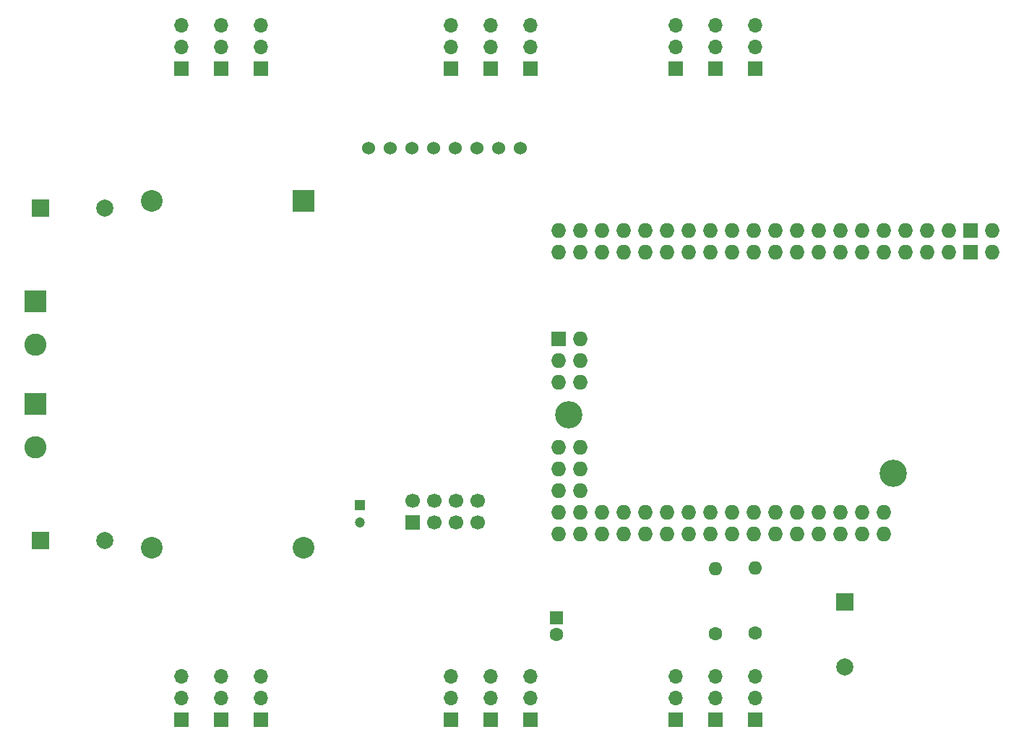
<source format=gbr>
%TF.GenerationSoftware,KiCad,Pcbnew,8.0.7*%
%TF.CreationDate,2025-07-10T17:57:33-04:00*%
%TF.ProjectId,_autosave-Hexapod V2,5f617574-6f73-4617-9665-2d4865786170,rev?*%
%TF.SameCoordinates,Original*%
%TF.FileFunction,Soldermask,Bot*%
%TF.FilePolarity,Negative*%
%FSLAX46Y46*%
G04 Gerber Fmt 4.6, Leading zero omitted, Abs format (unit mm)*
G04 Created by KiCad (PCBNEW 8.0.7) date 2025-07-10 17:57:33*
%MOMM*%
%LPD*%
G01*
G04 APERTURE LIST*
%ADD10R,1.700000X1.700000*%
%ADD11O,1.700000X1.700000*%
%ADD12R,2.600000X2.600000*%
%ADD13C,2.600000*%
%ADD14C,2.540000*%
%ADD15R,2.540000X2.540000*%
%ADD16R,1.200000X1.200000*%
%ADD17C,1.200000*%
%ADD18R,2.000000X2.000000*%
%ADD19C,2.000000*%
%ADD20R,1.600000X1.600000*%
%ADD21C,1.600000*%
%ADD22C,1.700000*%
%ADD23C,3.200000*%
%ADD24O,1.727200X1.727200*%
%ADD25R,1.727200X1.727200*%
%ADD26O,1.600000X1.600000*%
%ADD27C,1.524000*%
G04 APERTURE END LIST*
D10*
%TO.C,Tibia*%
X143650000Y-53650000D03*
D11*
X143650000Y-51110000D03*
X143650000Y-48570000D03*
%TD*%
D12*
%TO.C,J1*%
X95000000Y-80950000D03*
D13*
X95000000Y-86030000D03*
%TD*%
D10*
%TO.C,Femur*%
X174650000Y-53650000D03*
D11*
X174650000Y-51110000D03*
X174650000Y-48570000D03*
%TD*%
D14*
%TO.C,REF\u002A\u002A*%
X108610000Y-69170000D03*
X108610000Y-109810000D03*
X126390000Y-109810000D03*
D15*
X126390000Y-69170000D03*
%TD*%
D16*
%TO.C,C3*%
X133000000Y-104839500D03*
D17*
X133000000Y-106839500D03*
%TD*%
D18*
%TO.C,C5*%
X95625000Y-109000000D03*
D19*
X103125000Y-109000000D03*
%TD*%
D18*
%TO.C,BZ1*%
X189800000Y-116200000D03*
D19*
X189800000Y-123800000D03*
%TD*%
D10*
%TO.C,Femur*%
X148300000Y-130000000D03*
D11*
X148300000Y-127460000D03*
X148300000Y-124920000D03*
%TD*%
D10*
%TO.C,Coxa*%
X152950000Y-53650000D03*
D11*
X152950000Y-51110000D03*
X152950000Y-48570000D03*
%TD*%
D10*
%TO.C,Coxa*%
X179300000Y-130000000D03*
D11*
X179300000Y-127460000D03*
X179300000Y-124920000D03*
%TD*%
D20*
%TO.C,C7*%
X156000000Y-118000000D03*
D21*
X156000000Y-120000000D03*
%TD*%
D10*
%TO.C,Femur*%
X174650000Y-130000000D03*
D11*
X174650000Y-127460000D03*
X174650000Y-124920000D03*
%TD*%
D10*
%TO.C,Coxa*%
X179300000Y-53650000D03*
D11*
X179300000Y-51110000D03*
X179300000Y-48570000D03*
%TD*%
D10*
%TO.C,Coxa*%
X121400000Y-53650000D03*
D11*
X121400000Y-51110000D03*
X121400000Y-48570000D03*
%TD*%
D10*
%TO.C,Tibia*%
X112100000Y-130000000D03*
D11*
X112100000Y-127460000D03*
X112100000Y-124920000D03*
%TD*%
D10*
%TO.C,Femur*%
X116750000Y-130000000D03*
D11*
X116750000Y-127460000D03*
X116750000Y-124920000D03*
%TD*%
D10*
%TO.C,Tibia*%
X170000000Y-130000000D03*
D11*
X170000000Y-127460000D03*
X170000000Y-124920000D03*
%TD*%
D10*
%TO.C,U2*%
X139175000Y-106839500D03*
D22*
X139175000Y-104299500D03*
X141715000Y-106839500D03*
X141715000Y-104299500D03*
X144255000Y-106839500D03*
X144255000Y-104299500D03*
X146795000Y-106839500D03*
X146795000Y-104299500D03*
%TD*%
D23*
%TO.C,A1*%
X195461800Y-101118000D03*
X157438000Y-94260000D03*
D24*
X199475000Y-75210000D03*
X199475000Y-72670000D03*
X202015000Y-75210000D03*
X156295000Y-90450000D03*
X202015000Y-72670000D03*
X194395000Y-108230000D03*
X194395000Y-105690000D03*
X191855000Y-108230000D03*
X191855000Y-105690000D03*
X189315000Y-108230000D03*
X189315000Y-105690000D03*
X186775000Y-108230000D03*
X186775000Y-105690000D03*
X184235000Y-108230000D03*
X184235000Y-105690000D03*
X181695000Y-108230000D03*
X181695000Y-105690000D03*
X179155000Y-108230000D03*
X179155000Y-105690000D03*
X176615000Y-108230000D03*
X176615000Y-105690000D03*
X196935000Y-75210000D03*
X194395000Y-75210000D03*
X194395000Y-72670000D03*
X191855000Y-75210000D03*
X191855000Y-72670000D03*
X189315000Y-75210000D03*
X189315000Y-72670000D03*
X186775000Y-75210000D03*
X186775000Y-72670000D03*
X184235000Y-75210000D03*
X184235000Y-72670000D03*
X181695000Y-75210000D03*
X181695000Y-72670000D03*
X179155000Y-75210000D03*
X179155000Y-72670000D03*
X176615000Y-75210000D03*
X176615000Y-72670000D03*
X174075000Y-75210000D03*
X174075000Y-72670000D03*
X171535000Y-75210000D03*
X171535000Y-72670000D03*
X168995000Y-75210000D03*
X168995000Y-72670000D03*
X166455000Y-75210000D03*
X166455000Y-72670000D03*
X163915000Y-75210000D03*
X163915000Y-72670000D03*
X161375000Y-75210000D03*
X161375000Y-72670000D03*
X158835000Y-75210000D03*
X158835000Y-72670000D03*
X156295000Y-75210000D03*
X156295000Y-72670000D03*
X174075000Y-108230000D03*
X174075000Y-105690000D03*
X171535000Y-108230000D03*
X171535000Y-105690000D03*
X168995000Y-108230000D03*
X168995000Y-105690000D03*
X166455000Y-108230000D03*
X166455000Y-105690000D03*
X163915000Y-108230000D03*
X163915000Y-105690000D03*
X161375000Y-108230000D03*
X161375000Y-105690000D03*
X158835000Y-108230000D03*
X158835000Y-105690000D03*
X156295000Y-108230000D03*
X156295000Y-105690000D03*
X156295000Y-103150000D03*
X158835000Y-103150000D03*
X156295000Y-100610000D03*
X158835000Y-100610000D03*
X156295000Y-98070000D03*
X158835000Y-98070000D03*
D25*
X204555000Y-75210000D03*
X204555000Y-72670000D03*
X156295000Y-85370000D03*
D24*
X158835000Y-90450000D03*
X156295000Y-87910000D03*
X196935000Y-72670000D03*
X158835000Y-85370000D03*
X158835000Y-87910000D03*
X207095000Y-75210000D03*
X207095000Y-72670000D03*
%TD*%
D10*
%TO.C,Tibia*%
X143650000Y-130000000D03*
D11*
X143650000Y-127460000D03*
X143650000Y-124920000D03*
%TD*%
D10*
%TO.C,Coxa*%
X121400000Y-130000000D03*
D11*
X121400000Y-127460000D03*
X121400000Y-124920000D03*
%TD*%
D10*
%TO.C,Coxa*%
X152950000Y-130000000D03*
D11*
X152950000Y-127460000D03*
X152950000Y-124920000D03*
%TD*%
D18*
%TO.C,C4*%
X95625000Y-69980000D03*
D19*
X103125000Y-69980000D03*
%TD*%
D10*
%TO.C,Tibia*%
X112100000Y-53650000D03*
D11*
X112100000Y-51110000D03*
X112100000Y-48570000D03*
%TD*%
D10*
%TO.C,Tibia*%
X170000000Y-53650000D03*
D11*
X170000000Y-51110000D03*
X170000000Y-48570000D03*
%TD*%
D21*
%TO.C,R2*%
X179337600Y-119790000D03*
D26*
X179337600Y-112170000D03*
%TD*%
D10*
%TO.C,Femur*%
X148300000Y-53650000D03*
D11*
X148300000Y-51110000D03*
X148300000Y-48570000D03*
%TD*%
D27*
%TO.C,U1*%
X151780000Y-63000000D03*
X149240000Y-63000000D03*
X146700000Y-63000000D03*
X144160000Y-63000000D03*
X141620000Y-63000000D03*
X139080000Y-63000000D03*
X136540000Y-63000000D03*
X134000000Y-63000000D03*
%TD*%
D21*
%TO.C,R1*%
X174650000Y-119920000D03*
D26*
X174650000Y-112300000D03*
%TD*%
D12*
%TO.C,J1*%
X95000000Y-92950000D03*
D13*
X95000000Y-98030000D03*
%TD*%
D10*
%TO.C,Femur*%
X116750000Y-53650000D03*
D11*
X116750000Y-51110000D03*
X116750000Y-48570000D03*
%TD*%
M02*

</source>
